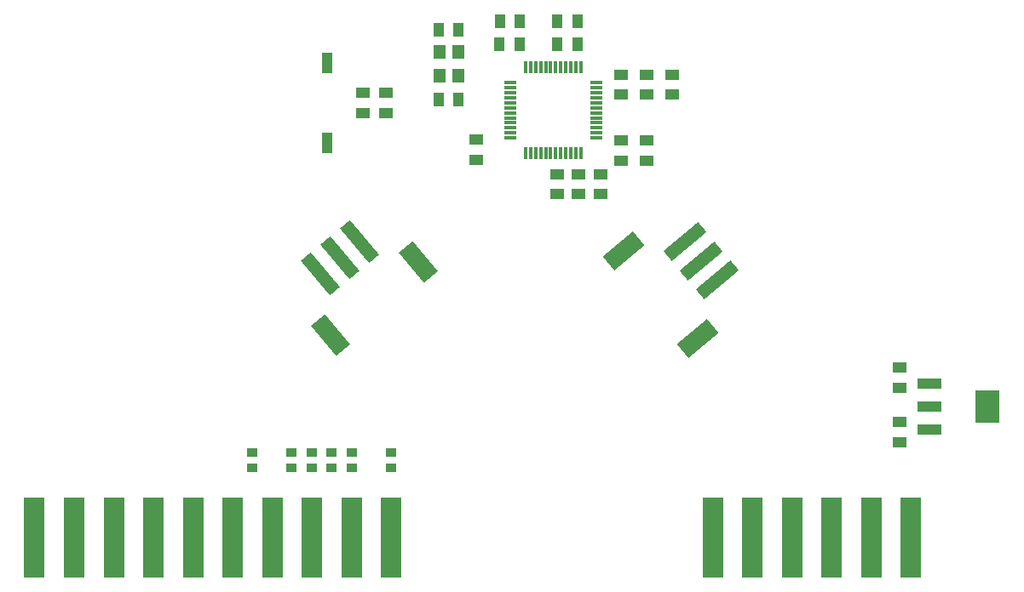
<source format=gtp>
G04*
G04 #@! TF.GenerationSoftware,Altium Limited,Altium Designer,20.1.11 (218)*
G04*
G04 Layer_Color=8421504*
%FSLAX44Y44*%
%MOMM*%
G71*
G04*
G04 #@! TF.SameCoordinates,6F891966-A938-45B2-A706-970299DF58FA*
G04*
G04*
G04 #@! TF.FilePolarity,Positive*
G04*
G01*
G75*
%ADD12R,1.0000X0.9500*%
%ADD13R,1.4000X1.1000*%
G04:AMPARAMS|DCode=14|XSize=3.9mm|YSize=1.8mm|CornerRadius=0mm|HoleSize=0mm|Usage=FLASHONLY|Rotation=40.000|XOffset=0mm|YOffset=0mm|HoleType=Round|Shape=Rectangle|*
%AMROTATEDRECTD14*
4,1,4,-0.9153,-1.9429,-2.0723,-0.5640,0.9153,1.9429,2.0723,0.5640,-0.9153,-1.9429,0.0*
%
%ADD14ROTATEDRECTD14*%

G04:AMPARAMS|DCode=15|XSize=4.5mm|YSize=1.3mm|CornerRadius=0mm|HoleSize=0mm|Usage=FLASHONLY|Rotation=40.000|XOffset=0mm|YOffset=0mm|HoleType=Round|Shape=Rectangle|*
%AMROTATEDRECTD15*
4,1,4,-1.3058,-1.9442,-2.1414,-0.9483,1.3058,1.9442,2.1414,0.9483,-1.3058,-1.9442,0.0*
%
%ADD15ROTATEDRECTD15*%

G04:AMPARAMS|DCode=16|XSize=4.5mm|YSize=1.3mm|CornerRadius=0mm|HoleSize=0mm|Usage=FLASHONLY|Rotation=130.000|XOffset=0mm|YOffset=0mm|HoleType=Round|Shape=Rectangle|*
%AMROTATEDRECTD16*
4,1,4,1.9442,-1.3058,0.9483,-2.1414,-1.9442,1.3058,-0.9483,2.1414,1.9442,-1.3058,0.0*
%
%ADD16ROTATEDRECTD16*%

G04:AMPARAMS|DCode=17|XSize=3.9mm|YSize=1.8mm|CornerRadius=0mm|HoleSize=0mm|Usage=FLASHONLY|Rotation=130.000|XOffset=0mm|YOffset=0mm|HoleType=Round|Shape=Rectangle|*
%AMROTATEDRECTD17*
4,1,4,1.9429,-0.9153,0.5640,-2.0723,-1.9429,0.9153,-0.5640,2.0723,1.9429,-0.9153,0.0*
%
%ADD17ROTATEDRECTD17*%

%ADD18R,2.0000X8.0000*%
%ADD19R,0.3000X1.2000*%
%ADD20R,1.2000X0.3000*%
%ADD21R,1.1000X1.4000*%
%ADD22R,1.2000X1.4000*%
%ADD23R,1.0000X2.0000*%
%ADD24R,2.4000X1.0000*%
%ADD25R,2.4000X3.3000*%
D12*
X683827Y366700D02*
D03*
Y382200D02*
D03*
X722630Y382400D02*
D03*
Y366900D02*
D03*
X743160D02*
D03*
Y382400D02*
D03*
X762860Y366900D02*
D03*
Y382400D02*
D03*
X782560D02*
D03*
Y366900D02*
D03*
X821690Y382400D02*
D03*
Y366900D02*
D03*
D13*
X1327150Y392430D02*
D03*
Y412430D02*
D03*
X793750Y740130D02*
D03*
Y720130D02*
D03*
X1075690Y672670D02*
D03*
Y692670D02*
D03*
X1029970Y638970D02*
D03*
Y658970D02*
D03*
X906780Y693260D02*
D03*
Y673260D02*
D03*
X816610Y740130D02*
D03*
Y720130D02*
D03*
X1101090Y738030D02*
D03*
Y758030D02*
D03*
X1075690Y738030D02*
D03*
Y758030D02*
D03*
X1327150Y446600D02*
D03*
Y466600D02*
D03*
X1008380Y639130D02*
D03*
Y659130D02*
D03*
X1050290Y672670D02*
D03*
Y692670D02*
D03*
X986790Y638970D02*
D03*
Y658970D02*
D03*
X1050290Y758030D02*
D03*
Y738030D02*
D03*
D14*
X1053061Y582367D02*
D03*
X1126339Y495038D02*
D03*
D15*
X1114230Y591921D02*
D03*
X1130300Y572770D02*
D03*
X1146370Y553619D02*
D03*
D16*
X790041Y591921D02*
D03*
X770890Y575851D02*
D03*
X751739Y559782D02*
D03*
D17*
X848622Y571890D02*
D03*
X761293Y498612D02*
D03*
D18*
X703760Y297180D02*
D03*
X821960D02*
D03*
X782560D02*
D03*
X743160D02*
D03*
X664360D02*
D03*
X624960D02*
D03*
X585560D02*
D03*
X546160D02*
D03*
X506760D02*
D03*
X467360D02*
D03*
X1141580D02*
D03*
X1180980D02*
D03*
X1220380D02*
D03*
X1259780D02*
D03*
X1299180D02*
D03*
X1338580D02*
D03*
D19*
X955480Y765130D02*
D03*
X960480D02*
D03*
X965480D02*
D03*
X970480D02*
D03*
X975480D02*
D03*
X980480D02*
D03*
X985480D02*
D03*
X990480D02*
D03*
X995480D02*
D03*
X1000480D02*
D03*
X1005480D02*
D03*
X1010480D02*
D03*
Y680130D02*
D03*
X1005480D02*
D03*
X1000480D02*
D03*
X995480D02*
D03*
X990480D02*
D03*
X985480D02*
D03*
X980480D02*
D03*
X975480D02*
D03*
X970480D02*
D03*
X965480D02*
D03*
X960480D02*
D03*
X955480D02*
D03*
D20*
X1025480Y750130D02*
D03*
Y745130D02*
D03*
Y740130D02*
D03*
Y735130D02*
D03*
Y730130D02*
D03*
Y725130D02*
D03*
Y720130D02*
D03*
Y715130D02*
D03*
Y710130D02*
D03*
Y705130D02*
D03*
Y700130D02*
D03*
Y695130D02*
D03*
X940480D02*
D03*
Y700130D02*
D03*
Y705130D02*
D03*
Y710130D02*
D03*
Y715130D02*
D03*
Y720130D02*
D03*
Y725130D02*
D03*
Y730130D02*
D03*
Y735130D02*
D03*
Y740130D02*
D03*
Y745130D02*
D03*
Y750130D02*
D03*
D21*
X868840Y732990D02*
D03*
X888840D02*
D03*
Y802640D02*
D03*
X868840D02*
D03*
X929800Y811530D02*
D03*
X949800D02*
D03*
X1006950D02*
D03*
X986950D02*
D03*
X1006950Y788670D02*
D03*
X986950D02*
D03*
X929640D02*
D03*
X949640D02*
D03*
D22*
X869950Y781050D02*
D03*
Y757050D02*
D03*
X888950D02*
D03*
Y781050D02*
D03*
D23*
X758190Y690130D02*
D03*
Y770130D02*
D03*
D24*
X1356570Y450990D02*
D03*
Y427990D02*
D03*
Y404990D02*
D03*
D25*
X1414570Y427990D02*
D03*
M02*

</source>
